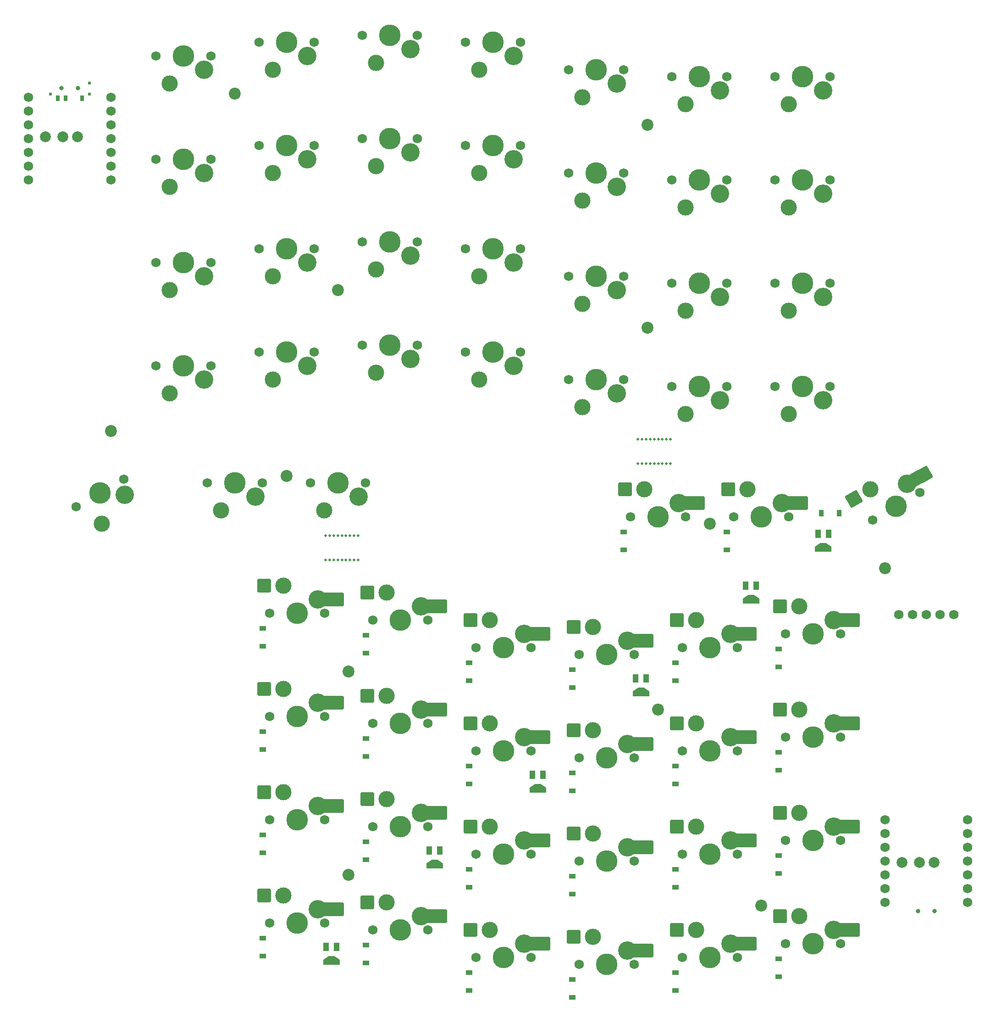
<source format=gbr>
%TF.GenerationSoftware,KiCad,Pcbnew,(6.0.7-1)-1*%
%TF.CreationDate,2023-01-14T16:38:51+08:00*%
%TF.ProjectId,prelude,7072656c-7564-4652-9e6b-696361645f70,rev?*%
%TF.SameCoordinates,Original*%
%TF.FileFunction,Soldermask,Top*%
%TF.FilePolarity,Negative*%
%FSLAX46Y46*%
G04 Gerber Fmt 4.6, Leading zero omitted, Abs format (unit mm)*
G04 Created by KiCad (PCBNEW (6.0.7-1)-1) date 2023-01-14 16:38:51*
%MOMM*%
%LPD*%
G01*
G04 APERTURE LIST*
G04 Aperture macros list*
%AMRoundRect*
0 Rectangle with rounded corners*
0 $1 Rounding radius*
0 $2 $3 $4 $5 $6 $7 $8 $9 X,Y pos of 4 corners*
0 Add a 4 corners polygon primitive as box body*
4,1,4,$2,$3,$4,$5,$6,$7,$8,$9,$2,$3,0*
0 Add four circle primitives for the rounded corners*
1,1,$1+$1,$2,$3*
1,1,$1+$1,$4,$5*
1,1,$1+$1,$6,$7*
1,1,$1+$1,$8,$9*
0 Add four rect primitives between the rounded corners*
20,1,$1+$1,$2,$3,$4,$5,0*
20,1,$1+$1,$4,$5,$6,$7,0*
20,1,$1+$1,$6,$7,$8,$9,0*
20,1,$1+$1,$8,$9,$2,$3,0*%
%AMRotRect*
0 Rectangle, with rotation*
0 The origin of the aperture is its center*
0 $1 length*
0 $2 width*
0 $3 Rotation angle, in degrees counterclockwise*
0 Add horizontal line*
21,1,$1,$2,0,0,$3*%
%AMFreePoly0*
4,1,27,0.669380,1.507580,0.673100,1.498600,0.673100,-1.498600,0.669380,-1.507580,0.660400,-1.511300,-0.254000,-1.511300,-0.255209,-1.510799,-0.256491,-1.511053,-0.259564,-1.508995,-0.262980,-1.507580,-0.263480,-1.506373,-0.264567,-1.505645,-0.924967,-0.515045,-0.925685,-0.511417,-0.927100,-0.508000,-0.927100,0.508000,-0.925685,0.511417,-0.924967,0.515045,-0.264567,1.505645,-0.263480,1.506373,
-0.262980,1.507580,-0.259564,1.508995,-0.256491,1.511053,-0.255209,1.510799,-0.254000,1.511300,0.660400,1.511300,0.669380,1.507580,0.669380,1.507580,$1*%
G04 Aperture macros list end*
%ADD10C,3.000000*%
%ADD11C,1.750000*%
%ADD12C,3.987800*%
%ADD13RoundRect,0.250000X1.025000X1.000000X-1.025000X1.000000X-1.025000X-1.000000X1.025000X-1.000000X0*%
%ADD14R,2.550000X2.500000*%
%ADD15C,3.400000*%
%ADD16RoundRect,0.250000X0.387676X1.378525X-1.387676X0.353525X-0.387676X-1.378525X1.387676X-0.353525X0*%
%ADD17RotRect,2.550000X2.500000X210.000000*%
%ADD18R,1.200000X0.900000*%
%ADD19R,0.900000X1.200000*%
%ADD20R,1.041400X1.524000*%
%ADD21FreePoly0,270.000000*%
%ADD22C,0.500000*%
%ADD23C,1.752600*%
%ADD24C,2.000000*%
%ADD25C,0.800000*%
%ADD26R,0.600000X0.600000*%
%ADD27R,0.800000X1.000000*%
%ADD28C,2.200000*%
G04 APERTURE END LIST*
D10*
%TO.C,SWL3-0*%
X-67260000Y-152955000D03*
D11*
X-59640000Y-158035000D03*
D12*
X-64720000Y-158035000D03*
D11*
X-69800000Y-158035000D03*
D13*
X-57360000Y-155495000D03*
D14*
X-59210000Y-155495000D03*
D15*
X-60910000Y-155495000D03*
D13*
X-70810000Y-152955000D03*
%TD*%
D10*
%TO.C,SWL0-1*%
X-124410000Y-145335000D03*
D11*
X-116790000Y-150415000D03*
D12*
X-121870000Y-150415000D03*
D11*
X-126950000Y-150415000D03*
D13*
X-114510000Y-147875000D03*
D14*
X-116360000Y-147875000D03*
D15*
X-118060000Y-147875000D03*
D13*
X-127960000Y-145335000D03*
%TD*%
D10*
%TO.C,SWL3-4*%
X-67260000Y-95805000D03*
D11*
X-59640000Y-100885000D03*
D12*
X-64720000Y-100885000D03*
D11*
X-69800000Y-100885000D03*
D13*
X-57360000Y-98345000D03*
D14*
X-59210000Y-98345000D03*
D15*
X-60910000Y-98345000D03*
D13*
X-70810000Y-95805000D03*
%TD*%
D10*
%TO.C,SWL5-2*%
X-29160000Y-111045000D03*
D11*
X-21540000Y-116125000D03*
D12*
X-26620000Y-116125000D03*
D11*
X-31700000Y-116125000D03*
D13*
X-19260000Y-113585000D03*
D14*
X-21110000Y-113585000D03*
D15*
X-22810000Y-113585000D03*
D13*
X-32710000Y-111045000D03*
%TD*%
D10*
%TO.C,SWL4-2*%
X-48210000Y-113585000D03*
D11*
X-40590000Y-118665000D03*
D12*
X-45670000Y-118665000D03*
D11*
X-50750000Y-118665000D03*
D13*
X-38310000Y-116125000D03*
D14*
X-40160000Y-116125000D03*
D15*
X-41860000Y-116125000D03*
D13*
X-51760000Y-113585000D03*
%TD*%
D10*
%TO.C,SWL3-2*%
X-67260000Y-114855000D03*
D11*
X-59640000Y-119935000D03*
D12*
X-64720000Y-119935000D03*
D11*
X-69800000Y-119935000D03*
D13*
X-57360000Y-117395000D03*
D14*
X-59210000Y-117395000D03*
D15*
X-60910000Y-117395000D03*
D13*
X-70810000Y-114855000D03*
%TD*%
D10*
%TO.C,SWL1-0*%
X-105360000Y-146605000D03*
D11*
X-97740000Y-151685000D03*
D12*
X-102820000Y-151685000D03*
D11*
X-107900000Y-151685000D03*
D13*
X-95460000Y-149145000D03*
D14*
X-97310000Y-149145000D03*
D15*
X-99010000Y-149145000D03*
D13*
X-108910000Y-146605000D03*
%TD*%
D10*
%TO.C,SWL5-1*%
X-29160000Y-130095000D03*
D11*
X-21540000Y-135175000D03*
D12*
X-26620000Y-135175000D03*
D11*
X-31700000Y-135175000D03*
D13*
X-19260000Y-132635000D03*
D14*
X-21110000Y-132635000D03*
D15*
X-22810000Y-132635000D03*
D13*
X-32710000Y-130095000D03*
%TD*%
D10*
%TO.C,SWL2-3*%
X-86310000Y-113585000D03*
D11*
X-78690000Y-118665000D03*
D12*
X-83770000Y-118665000D03*
D11*
X-88850000Y-118665000D03*
D13*
X-76410000Y-116125000D03*
D14*
X-78260000Y-116125000D03*
D15*
X-79960000Y-116125000D03*
D13*
X-89860000Y-113585000D03*
%TD*%
D10*
%TO.C,SWL5-4*%
X-15967063Y-70441429D03*
D11*
X-6827949Y-71030838D03*
D12*
X-11227358Y-73570838D03*
D11*
X-15626767Y-76110838D03*
D16*
X-6123411Y-67691133D03*
D17*
X-7725558Y-68616133D03*
D15*
X-9197801Y-69466133D03*
D16*
X-19041453Y-72216429D03*
%TD*%
D10*
%TO.C,SWL5-0*%
X-29160000Y-149145000D03*
D11*
X-21540000Y-154225000D03*
D12*
X-26620000Y-154225000D03*
D11*
X-31700000Y-154225000D03*
D13*
X-19260000Y-151685000D03*
D14*
X-21110000Y-151685000D03*
D15*
X-22810000Y-151685000D03*
D13*
X-32710000Y-149145000D03*
%TD*%
D10*
%TO.C,SWL4-0*%
X-48210000Y-151685000D03*
D11*
X-40590000Y-156765000D03*
D12*
X-45670000Y-156765000D03*
D11*
X-50750000Y-156765000D03*
D13*
X-38310000Y-154225000D03*
D14*
X-40160000Y-154225000D03*
D15*
X-41860000Y-154225000D03*
D13*
X-51760000Y-151685000D03*
%TD*%
D10*
%TO.C,SWL1-4*%
X-105360000Y-89455000D03*
D11*
X-97740000Y-94535000D03*
D12*
X-102820000Y-94535000D03*
D11*
X-107900000Y-94535000D03*
D13*
X-95460000Y-91995000D03*
D14*
X-97310000Y-91995000D03*
D15*
X-99010000Y-91995000D03*
D13*
X-108910000Y-89455000D03*
%TD*%
D10*
%TO.C,SWL3-5*%
X-57735000Y-70405000D03*
D11*
X-50115000Y-75485000D03*
D12*
X-55195000Y-75485000D03*
D11*
X-60275000Y-75485000D03*
D13*
X-47835000Y-72945000D03*
D14*
X-49685000Y-72945000D03*
D15*
X-51385000Y-72945000D03*
D13*
X-61285000Y-70405000D03*
%TD*%
D10*
%TO.C,SWL1-2*%
X-105360000Y-127555000D03*
D11*
X-97740000Y-132635000D03*
D12*
X-102820000Y-132635000D03*
D11*
X-107900000Y-132635000D03*
D13*
X-95460000Y-130095000D03*
D14*
X-97310000Y-130095000D03*
D15*
X-99010000Y-130095000D03*
D13*
X-108910000Y-127555000D03*
%TD*%
D10*
%TO.C,SWL5-3*%
X-29160000Y-91995000D03*
D11*
X-21540000Y-97075000D03*
D12*
X-26620000Y-97075000D03*
D11*
X-31700000Y-97075000D03*
D13*
X-19260000Y-94535000D03*
D14*
X-21110000Y-94535000D03*
D15*
X-22810000Y-94535000D03*
D13*
X-32710000Y-91995000D03*
%TD*%
D10*
%TO.C,SWL4-3*%
X-48210000Y-94535000D03*
D11*
X-40590000Y-99615000D03*
D12*
X-45670000Y-99615000D03*
D11*
X-50750000Y-99615000D03*
D13*
X-38310000Y-97075000D03*
D14*
X-40160000Y-97075000D03*
D15*
X-41860000Y-97075000D03*
D13*
X-51760000Y-94535000D03*
%TD*%
D10*
%TO.C,SWL1-3*%
X-105360000Y-108505000D03*
D11*
X-97740000Y-113585000D03*
D12*
X-102820000Y-113585000D03*
D11*
X-107900000Y-113585000D03*
D13*
X-95460000Y-111045000D03*
D14*
X-97310000Y-111045000D03*
D15*
X-99010000Y-111045000D03*
D13*
X-108910000Y-108505000D03*
%TD*%
D10*
%TO.C,SWL0-2*%
X-124410000Y-126285000D03*
D11*
X-116790000Y-131365000D03*
D12*
X-121870000Y-131365000D03*
D11*
X-126950000Y-131365000D03*
D13*
X-114510000Y-128825000D03*
D14*
X-116360000Y-128825000D03*
D15*
X-118060000Y-128825000D03*
D13*
X-127960000Y-126285000D03*
%TD*%
D10*
%TO.C,SWL0-3*%
X-124410000Y-107235000D03*
D11*
X-116790000Y-112315000D03*
D12*
X-121870000Y-112315000D03*
D11*
X-126950000Y-112315000D03*
D13*
X-114510000Y-109775000D03*
D14*
X-116360000Y-109775000D03*
D15*
X-118060000Y-109775000D03*
D13*
X-127960000Y-107235000D03*
%TD*%
D10*
%TO.C,SWL2-0*%
X-86310000Y-151685000D03*
D11*
X-78690000Y-156765000D03*
D12*
X-83770000Y-156765000D03*
D11*
X-88850000Y-156765000D03*
D13*
X-76410000Y-154225000D03*
D14*
X-78260000Y-154225000D03*
D15*
X-79960000Y-154225000D03*
D13*
X-89860000Y-151685000D03*
%TD*%
D10*
%TO.C,SWL0-4*%
X-124410000Y-88185000D03*
D11*
X-116790000Y-93265000D03*
D12*
X-121870000Y-93265000D03*
D11*
X-126950000Y-93265000D03*
D13*
X-114510000Y-90725000D03*
D14*
X-116360000Y-90725000D03*
D15*
X-118060000Y-90725000D03*
D13*
X-127960000Y-88185000D03*
%TD*%
D10*
%TO.C,SWL4-1*%
X-48210000Y-132635000D03*
D11*
X-40590000Y-137715000D03*
D12*
X-45670000Y-137715000D03*
D11*
X-50750000Y-137715000D03*
D13*
X-38310000Y-135175000D03*
D14*
X-40160000Y-135175000D03*
D15*
X-41860000Y-135175000D03*
D13*
X-51760000Y-132635000D03*
%TD*%
D10*
%TO.C,SWL3-1*%
X-67260000Y-133905000D03*
D11*
X-59640000Y-138985000D03*
D12*
X-64720000Y-138985000D03*
D11*
X-69800000Y-138985000D03*
D13*
X-57360000Y-136445000D03*
D14*
X-59210000Y-136445000D03*
D15*
X-60910000Y-136445000D03*
D13*
X-70810000Y-133905000D03*
%TD*%
D10*
%TO.C,SWL2-4*%
X-86310000Y-94535000D03*
D11*
X-78690000Y-99615000D03*
D12*
X-83770000Y-99615000D03*
D11*
X-88850000Y-99615000D03*
D13*
X-76410000Y-97075000D03*
D14*
X-78260000Y-97075000D03*
D15*
X-79960000Y-97075000D03*
D13*
X-89860000Y-94535000D03*
%TD*%
D10*
%TO.C,SWL2-1*%
X-86310000Y-132635000D03*
D11*
X-78690000Y-137715000D03*
D12*
X-83770000Y-137715000D03*
D11*
X-88850000Y-137715000D03*
D13*
X-76410000Y-135175000D03*
D14*
X-78260000Y-135175000D03*
D15*
X-79960000Y-135175000D03*
D13*
X-89860000Y-132635000D03*
%TD*%
D10*
%TO.C,SWL4-5*%
X-38685000Y-70405000D03*
D11*
X-31065000Y-75485000D03*
D12*
X-36145000Y-75485000D03*
D11*
X-41225000Y-75485000D03*
D13*
X-28785000Y-72945000D03*
D14*
X-30635000Y-72945000D03*
D15*
X-32335000Y-72945000D03*
D13*
X-42235000Y-70405000D03*
%TD*%
D10*
%TO.C,SWR4-2*%
X-69215000Y-36195000D03*
D11*
X-61595000Y-31115000D03*
D12*
X-66675000Y-31115000D03*
D11*
X-71755000Y-31115000D03*
D15*
X-62865000Y-33655000D03*
%TD*%
D10*
%TO.C,SWR2-4*%
X-107315000Y-48895000D03*
D11*
X-99695000Y-43815000D03*
D12*
X-104775000Y-43815000D03*
D11*
X-109855000Y-43815000D03*
D15*
X-100965000Y-46355000D03*
%TD*%
D10*
%TO.C,SWR5-2*%
X-50165000Y-37465000D03*
D11*
X-42545000Y-32385000D03*
D12*
X-47625000Y-32385000D03*
D11*
X-52705000Y-32385000D03*
D15*
X-43815000Y-34925000D03*
%TD*%
D10*
%TO.C,SWR1-0*%
X-126365000Y6985000D03*
D11*
X-118745000Y12065000D03*
D12*
X-123825000Y12065000D03*
D11*
X-128905000Y12065000D03*
D15*
X-120015000Y9525000D03*
%TD*%
%TO.C,SWR4-3*%
X-62865000Y-52705000D03*
D11*
X-71755000Y-50165000D03*
D12*
X-66675000Y-50165000D03*
D11*
X-61595000Y-50165000D03*
D10*
X-69215000Y-55245000D03*
%TD*%
%TO.C,SWR0-5*%
X-157927347Y-76798571D03*
D11*
X-153868233Y-68589162D03*
D12*
X-158267642Y-71129162D03*
D11*
X-162667051Y-73669162D03*
D15*
X-153698085Y-71423867D03*
%TD*%
D10*
%TO.C,SWR5-3*%
X-50165000Y-56515000D03*
D11*
X-42545000Y-51435000D03*
D12*
X-47625000Y-51435000D03*
D11*
X-52705000Y-51435000D03*
D15*
X-43815000Y-53975000D03*
%TD*%
D10*
%TO.C,SWR3-2*%
X-88265000Y-31115000D03*
D11*
X-80645000Y-26035000D03*
D12*
X-85725000Y-26035000D03*
D11*
X-90805000Y-26035000D03*
D15*
X-81915000Y-28575000D03*
%TD*%
D10*
%TO.C,SWR2-0*%
X-107315000Y8255000D03*
D11*
X-99695000Y13335000D03*
D12*
X-104775000Y13335000D03*
D11*
X-109855000Y13335000D03*
D15*
X-100965000Y10795000D03*
%TD*%
D10*
%TO.C,SWR6-0*%
X-31115000Y635000D03*
D11*
X-23495000Y5715000D03*
D12*
X-28575000Y5715000D03*
D11*
X-33655000Y5715000D03*
D15*
X-24765000Y3175000D03*
%TD*%
D10*
%TO.C,SWR0-4*%
X-145415000Y-52705000D03*
D11*
X-137795000Y-47625000D03*
D12*
X-142875000Y-47625000D03*
D11*
X-147955000Y-47625000D03*
D15*
X-139065000Y-50165000D03*
%TD*%
D10*
%TO.C,SWR1-2*%
X-126365000Y-12065000D03*
D11*
X-118745000Y-6985000D03*
D12*
X-123825000Y-6985000D03*
D11*
X-128905000Y-6985000D03*
D15*
X-120015000Y-9525000D03*
%TD*%
D10*
%TO.C,SWR5-0*%
X-50165000Y635000D03*
D11*
X-42545000Y5715000D03*
D12*
X-47625000Y5715000D03*
D11*
X-52705000Y5715000D03*
D15*
X-43815000Y3175000D03*
%TD*%
D10*
%TO.C,SWR2-5*%
X-116840000Y-74295000D03*
D11*
X-109220000Y-69215000D03*
D12*
X-114300000Y-69215000D03*
D11*
X-119380000Y-69215000D03*
D15*
X-110490000Y-71755000D03*
%TD*%
D10*
%TO.C,SWR4-0*%
X-69215000Y1905000D03*
D11*
X-61595000Y6985000D03*
D12*
X-66675000Y6985000D03*
D11*
X-71755000Y6985000D03*
D15*
X-62865000Y4445000D03*
%TD*%
D10*
%TO.C,SWR1-5*%
X-135890000Y-74295000D03*
D11*
X-128270000Y-69215000D03*
D12*
X-133350000Y-69215000D03*
D11*
X-138430000Y-69215000D03*
D15*
X-129540000Y-71755000D03*
%TD*%
D10*
%TO.C,SWR0-3*%
X-145415000Y-33655000D03*
D11*
X-137795000Y-28575000D03*
D12*
X-142875000Y-28575000D03*
D11*
X-147955000Y-28575000D03*
D15*
X-139065000Y-31115000D03*
%TD*%
D10*
%TO.C,SWR6-1*%
X-31115000Y-18415000D03*
D11*
X-23495000Y-13335000D03*
D12*
X-28575000Y-13335000D03*
D11*
X-33655000Y-13335000D03*
D15*
X-24765000Y-15875000D03*
%TD*%
D10*
%TO.C,SWR3-4*%
X-88265000Y-50165000D03*
D11*
X-80645000Y-45085000D03*
D12*
X-85725000Y-45085000D03*
D11*
X-90805000Y-45085000D03*
D15*
X-81915000Y-47625000D03*
%TD*%
D10*
%TO.C,SWR5-1*%
X-50165000Y-18415000D03*
D11*
X-42545000Y-13335000D03*
D12*
X-47625000Y-13335000D03*
D11*
X-52705000Y-13335000D03*
D15*
X-43815000Y-15875000D03*
%TD*%
D10*
%TO.C,SWR3-1*%
X-88265000Y-12065000D03*
D11*
X-80645000Y-6985000D03*
D12*
X-85725000Y-6985000D03*
D11*
X-90805000Y-6985000D03*
D15*
X-81915000Y-9525000D03*
%TD*%
D10*
%TO.C,SWR0-2*%
X-145415000Y-14605000D03*
D11*
X-137795000Y-9525000D03*
D12*
X-142875000Y-9525000D03*
D11*
X-147955000Y-9525000D03*
D15*
X-139065000Y-12065000D03*
%TD*%
D10*
%TO.C,SWR2-3*%
X-107315000Y-29845000D03*
D11*
X-99695000Y-24765000D03*
D12*
X-104775000Y-24765000D03*
D11*
X-109855000Y-24765000D03*
D15*
X-100965000Y-27305000D03*
%TD*%
D10*
%TO.C,SWR6-3*%
X-31115000Y-56515000D03*
D11*
X-23495000Y-51435000D03*
D12*
X-28575000Y-51435000D03*
D11*
X-33655000Y-51435000D03*
D15*
X-24765000Y-53975000D03*
%TD*%
D10*
%TO.C,SWR3-0*%
X-88265000Y6985000D03*
D11*
X-80645000Y12065000D03*
D12*
X-85725000Y12065000D03*
D11*
X-90805000Y12065000D03*
D15*
X-81915000Y9525000D03*
%TD*%
D10*
%TO.C,SWR4-1*%
X-69215000Y-17145000D03*
D11*
X-61595000Y-12065000D03*
D12*
X-66675000Y-12065000D03*
D11*
X-71755000Y-12065000D03*
D15*
X-62865000Y-14605000D03*
%TD*%
D10*
%TO.C,SWR1-3*%
X-126365000Y-31115000D03*
D11*
X-118745000Y-26035000D03*
D12*
X-123825000Y-26035000D03*
D11*
X-128905000Y-26035000D03*
D15*
X-120015000Y-28575000D03*
%TD*%
D10*
%TO.C,SWR2-1*%
X-107315000Y-10795000D03*
D11*
X-99695000Y-5715000D03*
D12*
X-104775000Y-5715000D03*
D11*
X-109855000Y-5715000D03*
D15*
X-100965000Y-8255000D03*
%TD*%
D10*
%TO.C,SWR1-4*%
X-126365000Y-50165000D03*
D11*
X-118745000Y-45085000D03*
D12*
X-123825000Y-45085000D03*
D11*
X-128905000Y-45085000D03*
D15*
X-120015000Y-47625000D03*
%TD*%
D10*
%TO.C,SWR6-2*%
X-31115000Y-37465000D03*
D11*
X-23495000Y-32385000D03*
D12*
X-28575000Y-32385000D03*
D11*
X-33655000Y-32385000D03*
D15*
X-24765000Y-34925000D03*
%TD*%
D10*
%TO.C,SWR0-1*%
X-145415000Y4445000D03*
D11*
X-137795000Y9525000D03*
D12*
X-142875000Y9525000D03*
D11*
X-147955000Y9525000D03*
D15*
X-139065000Y6985000D03*
%TD*%
D18*
%TO.C,D54*%
X-71070000Y-106980000D03*
X-71070000Y-103680000D03*
%TD*%
%TO.C,D40*%
X-52020000Y-143810000D03*
X-52020000Y-140510000D03*
%TD*%
%TO.C,D43*%
X-109170000Y-138730000D03*
X-109170000Y-135430000D03*
%TD*%
%TO.C,D48*%
X-109170000Y-119680000D03*
X-109170000Y-116380000D03*
%TD*%
%TO.C,D51*%
X-128220000Y-99360000D03*
X-128220000Y-96060000D03*
%TD*%
%TO.C,D57*%
X-32970000Y-141270000D03*
X-32970000Y-137970000D03*
%TD*%
%TO.C,D24*%
X-71070000Y-164130000D03*
X-71070000Y-160830000D03*
%TD*%
%TO.C,D33*%
X-32970000Y-122220000D03*
X-32970000Y-118920000D03*
%TD*%
%TO.C,D44*%
X-71070000Y-126030000D03*
X-71070000Y-122730000D03*
%TD*%
%TO.C,D49*%
X-90120000Y-124760000D03*
X-90120000Y-121460000D03*
%TD*%
%TO.C,D50*%
X-52020000Y-105710000D03*
X-52020000Y-102410000D03*
%TD*%
%TO.C,D41*%
X-32970000Y-103170000D03*
X-32970000Y-99870000D03*
%TD*%
%TO.C,D34*%
X-128220000Y-156510000D03*
X-128220000Y-153210000D03*
%TD*%
%TO.C,D16*%
X-90120000Y-162860000D03*
X-90120000Y-159560000D03*
%TD*%
%TO.C,D39*%
X-71070000Y-145080000D03*
X-71070000Y-141780000D03*
%TD*%
%TO.C,D38*%
X-90120000Y-143810000D03*
X-90120000Y-140510000D03*
%TD*%
D19*
%TO.C,D46*%
X-25095000Y-74850000D03*
X-21795000Y-74850000D03*
%TD*%
D18*
%TO.C,D47*%
X-128220000Y-118410000D03*
X-128220000Y-115110000D03*
%TD*%
%TO.C,D58*%
X-61545000Y-81580000D03*
X-61545000Y-78280000D03*
%TD*%
%TO.C,D52*%
X-109170000Y-100630000D03*
X-109170000Y-97330000D03*
%TD*%
%TO.C,D42*%
X-128220000Y-137460000D03*
X-128220000Y-134160000D03*
%TD*%
%TO.C,D56*%
X-32970000Y-160320000D03*
X-32970000Y-157020000D03*
%TD*%
%TO.C,D55*%
X-42495000Y-81580000D03*
X-42495000Y-78280000D03*
%TD*%
%TO.C,D45*%
X-52020000Y-124760000D03*
X-52020000Y-121460000D03*
%TD*%
%TO.C,D53*%
X-90120000Y-105710000D03*
X-90120000Y-102410000D03*
%TD*%
%TO.C,D8*%
X-109170000Y-157780000D03*
X-109170000Y-154480000D03*
%TD*%
%TO.C,D32*%
X-52020000Y-162860000D03*
X-52020000Y-159560000D03*
%TD*%
D20*
%TO.C,Dx0*%
X-116497900Y-154860000D03*
X-114542100Y-154860000D03*
D21*
X-115520000Y-157488900D03*
%TD*%
D20*
%TO.C,Dx2*%
X-78397900Y-123110000D03*
X-76442100Y-123110000D03*
D21*
X-77420000Y-125738900D03*
%TD*%
D20*
%TO.C,Dx3*%
X-59347900Y-105330000D03*
X-57392100Y-105330000D03*
D21*
X-58370000Y-107958900D03*
%TD*%
D20*
%TO.C,Dx4*%
X-39027900Y-88185000D03*
X-37072100Y-88185000D03*
D21*
X-38050000Y-90813900D03*
%TD*%
D20*
%TO.C,Dx1*%
X-97447900Y-137080000D03*
X-95492100Y-137080000D03*
D21*
X-96470000Y-139708900D03*
%TD*%
D20*
%TO.C,Dx5*%
X-25692900Y-78660000D03*
X-23737100Y-78660000D03*
D21*
X-24715000Y-81288900D03*
%TD*%
D22*
%TO.C,mouse-bite-5mm-slot*%
X-56660000Y-65710000D03*
X-55160000Y-61210000D03*
X-57410000Y-61210000D03*
X-57410000Y-65710000D03*
X-52910000Y-65710000D03*
X-58160000Y-65710000D03*
X-55910000Y-65710000D03*
X-53660000Y-61210000D03*
X-58910000Y-65710000D03*
X-54410000Y-61210000D03*
X-55160000Y-65710000D03*
X-55910000Y-61210000D03*
X-56660000Y-61210000D03*
X-54410000Y-65710000D03*
X-58910000Y-61210000D03*
X-52910000Y-61210000D03*
X-53660000Y-65710000D03*
X-58160000Y-61210000D03*
%TD*%
%TO.C,mouse-bite-5mm-slot*%
X-115835000Y-78990000D03*
X-111335000Y-83490000D03*
X-110585000Y-78990000D03*
X-116585000Y-78990000D03*
X-112085000Y-83490000D03*
X-114335000Y-78990000D03*
X-113585000Y-78990000D03*
X-112835000Y-83490000D03*
X-112085000Y-78990000D03*
X-116585000Y-83490000D03*
X-111335000Y-78990000D03*
X-113585000Y-83490000D03*
X-115835000Y-83490000D03*
X-110585000Y-83490000D03*
X-115085000Y-83490000D03*
X-115085000Y-78990000D03*
X-112835000Y-78990000D03*
X-114335000Y-83490000D03*
%TD*%
D23*
%TO.C,U2*%
X-156210000Y-13335000D03*
X-171450000Y-13335000D03*
D24*
X-168330000Y-5415000D03*
D23*
X-156210000Y1905000D03*
X-156210000Y-635000D03*
X-156210000Y-3175000D03*
X-156210000Y-5715000D03*
X-156210000Y-8255000D03*
X-156210000Y-10795000D03*
X-171450000Y-10795000D03*
X-171450000Y-8255000D03*
X-171450000Y-5715000D03*
X-171450000Y-3175000D03*
X-171450000Y-635000D03*
X-171450000Y1905000D03*
%TD*%
D24*
%TO.C,U1*%
X-10165000Y-139285000D03*
D23*
X1955000Y-146605000D03*
X1955000Y-144065000D03*
X1955000Y-141525000D03*
X1955000Y-138985000D03*
X1955000Y-136445000D03*
X1955000Y-133905000D03*
X1955000Y-131365000D03*
X-13285000Y-131365000D03*
X-13285000Y-133905000D03*
X-13285000Y-136445000D03*
X-13285000Y-138985000D03*
X-13285000Y-141525000D03*
X-13285000Y-144065000D03*
X-13285000Y-146605000D03*
%TD*%
D24*
%TO.C,TP3*%
X-165100000Y-5415000D03*
%TD*%
%TO.C,TP4*%
X-162433000Y-5415000D03*
%TD*%
D23*
%TO.C,Display1*%
X-585000Y-93519000D03*
X-3125000Y-93519000D03*
X-5665000Y-93519000D03*
X-8205000Y-93519000D03*
X-10745000Y-93519000D03*
%TD*%
D24*
%TO.C,TP1*%
X-6935000Y-139285000D03*
%TD*%
%TO.C,TP2*%
X-4268000Y-139285000D03*
%TD*%
D25*
%TO.C,Tog1*%
X-165330000Y3542500D03*
D26*
X-160230000Y4512500D03*
D25*
X-162330000Y3542500D03*
D26*
X-167430000Y2472500D03*
X-160230000Y2472500D03*
D27*
X-161580000Y1672500D03*
X-164580000Y1672500D03*
X-166080000Y1672500D03*
%TD*%
D25*
%TO.C,Tog0*%
X-4165000Y-148242500D03*
X-7165000Y-148242500D03*
%TD*%
D28*
%TO.C,REF\u002A\u002A*%
X-57150000Y-3175000D03*
%TD*%
%TO.C,REF\u002A\u002A*%
X-156210000Y-59690000D03*
%TD*%
%TO.C,REF\u002A\u002A*%
X-114300000Y-33655000D03*
%TD*%
%TO.C,REF\u002A\u002A*%
X-57150000Y-40640000D03*
%TD*%
%TO.C,REF\u002A\u002A*%
X-133350000Y2540000D03*
%TD*%
%TO.C,REF\u002A\u002A*%
X-123825000Y-67945000D03*
%TD*%
%TO.C,REF\u002A\u002A*%
X-55195000Y-111045000D03*
%TD*%
%TO.C,REF\u002A\u002A*%
X-45670000Y-76755000D03*
%TD*%
%TO.C,REF\u002A\u002A*%
X-13285000Y-85010000D03*
%TD*%
%TO.C,REF\u002A\u002A*%
X-36145000Y-147240000D03*
%TD*%
%TO.C,REF\u002A\u002A*%
X-112345000Y-141525000D03*
%TD*%
%TO.C,REF\u002A\u002A*%
X-112345000Y-104060000D03*
%TD*%
M02*

</source>
